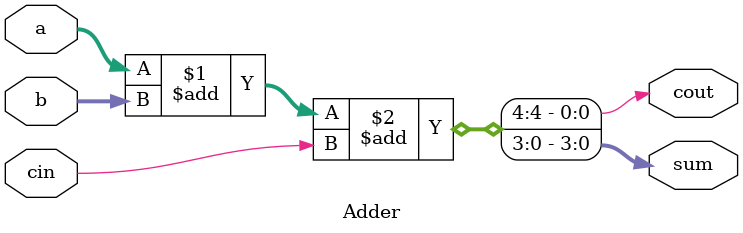
<source format=v>
module Adder(a,b,cin,sum,cout);
input [3:0]a,b;
input cin;
output wire [3:0]sum;
output cout;
assign{cout, sum} = a + b + cin;

endmodule

</source>
